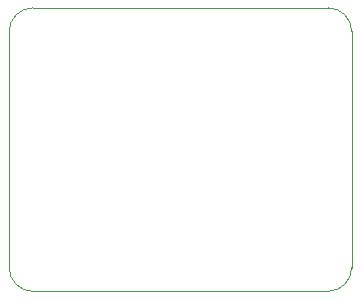
<source format=gbr>
%TF.GenerationSoftware,KiCad,Pcbnew,7.0.10-7.0.10~ubuntu22.04.1*%
%TF.CreationDate,2024-02-24T09:16:54+01:00*%
%TF.ProjectId,st_adap,73745f61-6461-4702-9e6b-696361645f70,rev?*%
%TF.SameCoordinates,Original*%
%TF.FileFunction,Profile,NP*%
%FSLAX46Y46*%
G04 Gerber Fmt 4.6, Leading zero omitted, Abs format (unit mm)*
G04 Created by KiCad (PCBNEW 7.0.10-7.0.10~ubuntu22.04.1) date 2024-02-24 09:16:54*
%MOMM*%
%LPD*%
G01*
G04 APERTURE LIST*
%TA.AperFunction,Profile*%
%ADD10C,0.100000*%
%TD*%
G04 APERTURE END LIST*
D10*
X220000000Y-118000000D02*
G75*
G03*
X222000000Y-116000000I0J2000000D01*
G01*
X195000000Y-94000000D02*
X220000000Y-94000000D01*
X222000000Y-96000000D02*
X222000000Y-116000000D01*
X195000000Y-94000000D02*
G75*
G03*
X193000000Y-96000000I0J-2000000D01*
G01*
X193000000Y-116000000D02*
G75*
G03*
X195000000Y-118000000I2000000J0D01*
G01*
X193000000Y-116000000D02*
X193000000Y-96000000D01*
X220000000Y-118000000D02*
X195000000Y-118000000D01*
X222000000Y-96000000D02*
G75*
G03*
X220000000Y-94000000I-2000000J0D01*
G01*
M02*

</source>
